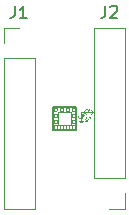
<source format=gbr>
G04 #@! TF.FileFunction,Legend,Top*
%FSLAX46Y46*%
G04 Gerber Fmt 4.6, Leading zero omitted, Abs format (unit mm)*
G04 Created by KiCad (PCBNEW 4.0.7) date 2018 June 11, Monday 19:55:23*
%MOMM*%
%LPD*%
G01*
G04 APERTURE LIST*
%ADD10C,0.100000*%
%ADD11C,0.120000*%
%ADD12C,0.066040*%
%ADD13C,0.127000*%
%ADD14C,0.076200*%
%ADD15C,0.038100*%
%ADD16C,0.150000*%
G04 APERTURE END LIST*
D10*
D11*
X164170000Y-120550000D02*
X166830000Y-120550000D01*
X164170000Y-107790000D02*
X164170000Y-120550000D01*
X166830000Y-107790000D02*
X166830000Y-120550000D01*
X164170000Y-107790000D02*
X166830000Y-107790000D01*
X164170000Y-106520000D02*
X164170000Y-105190000D01*
X164170000Y-105190000D02*
X165500000Y-105190000D01*
X174430000Y-105190000D02*
X171770000Y-105190000D01*
X174430000Y-117950000D02*
X174430000Y-105190000D01*
X171770000Y-117950000D02*
X171770000Y-105190000D01*
X174430000Y-117950000D02*
X171770000Y-117950000D01*
X174430000Y-119220000D02*
X174430000Y-120550000D01*
X174430000Y-120550000D02*
X173100000Y-120550000D01*
D12*
X169424460Y-112237860D02*
X169673380Y-112237860D01*
X169673380Y-112237860D02*
X169673380Y-111963540D01*
X169424460Y-111963540D02*
X169673380Y-111963540D01*
X169424460Y-112237860D02*
X169424460Y-111963540D01*
X168926620Y-112237860D02*
X169175540Y-112237860D01*
X169175540Y-112237860D02*
X169175540Y-111963540D01*
X168926620Y-111963540D02*
X169175540Y-111963540D01*
X168926620Y-112237860D02*
X168926620Y-111963540D01*
X168426240Y-112738240D02*
X168675160Y-112738240D01*
X168675160Y-112738240D02*
X168675160Y-112463920D01*
X168426240Y-112463920D02*
X168675160Y-112463920D01*
X168426240Y-112738240D02*
X168426240Y-112463920D01*
X168426240Y-113236080D02*
X168675160Y-113236080D01*
X168675160Y-113236080D02*
X168675160Y-112961760D01*
X168426240Y-112961760D02*
X168675160Y-112961760D01*
X168426240Y-113236080D02*
X168426240Y-112961760D01*
X168426240Y-113736460D02*
X168675160Y-113736460D01*
X168675160Y-113736460D02*
X168675160Y-113462140D01*
X168426240Y-113462140D02*
X168675160Y-113462140D01*
X168426240Y-113736460D02*
X168426240Y-113462140D01*
X168926620Y-113736460D02*
X169175540Y-113736460D01*
X169175540Y-113736460D02*
X169175540Y-113462140D01*
X168926620Y-113462140D02*
X169175540Y-113462140D01*
X168926620Y-113736460D02*
X168926620Y-113462140D01*
X169424460Y-113736460D02*
X169673380Y-113736460D01*
X169673380Y-113736460D02*
X169673380Y-113462140D01*
X169424460Y-113462140D02*
X169673380Y-113462140D01*
X169424460Y-113736460D02*
X169424460Y-113462140D01*
X169924840Y-113736460D02*
X170173760Y-113736460D01*
X170173760Y-113736460D02*
X170173760Y-113462140D01*
X169924840Y-113462140D02*
X170173760Y-113462140D01*
X169924840Y-113736460D02*
X169924840Y-113462140D01*
X169924840Y-113236080D02*
X170173760Y-113236080D01*
X170173760Y-113236080D02*
X170173760Y-112961760D01*
X169924840Y-112961760D02*
X170173760Y-112961760D01*
X169924840Y-113236080D02*
X169924840Y-112961760D01*
X169924840Y-112738240D02*
X170173760Y-112738240D01*
X170173760Y-112738240D02*
X170173760Y-112463920D01*
X169924840Y-112463920D02*
X170173760Y-112463920D01*
X169924840Y-112738240D02*
X169924840Y-112463920D01*
X169924840Y-112237860D02*
X170173760Y-112237860D01*
X170173760Y-112237860D02*
X170173760Y-111963540D01*
X169924840Y-111963540D02*
X170173760Y-111963540D01*
X169924840Y-112237860D02*
X169924840Y-111963540D01*
X168751360Y-113398640D02*
X169848640Y-113398640D01*
X169848640Y-113398640D02*
X169848640Y-112301360D01*
X168751360Y-112301360D02*
X169848640Y-112301360D01*
X168751360Y-113398640D02*
X168751360Y-112301360D01*
D13*
X168327180Y-113822820D02*
X168327180Y-111877180D01*
X168327180Y-111877180D02*
X170272820Y-111877180D01*
X170272820Y-111877180D02*
X170272820Y-113822820D01*
X170272820Y-113822820D02*
X168327180Y-113822820D01*
D14*
X170704620Y-113203060D02*
X170704620Y-112324220D01*
X171697760Y-112324220D02*
X170704620Y-112324220D01*
X171697760Y-112324220D02*
X171547900Y-112474080D01*
X171697760Y-112324220D02*
X171547900Y-112174360D01*
X171192300Y-113111620D02*
X171052600Y-113070980D01*
X171192300Y-113111620D02*
X171222780Y-112989700D01*
X170704620Y-113205600D02*
X170554760Y-113055740D01*
X170704620Y-113205600D02*
X170854480Y-113055740D01*
X170834160Y-112509640D02*
X170973860Y-112550280D01*
X170834160Y-112509640D02*
X170803680Y-112629020D01*
X171403120Y-112189600D02*
X171362480Y-112049900D01*
X171403120Y-112189600D02*
X171283740Y-112217540D01*
D10*
X168413540Y-112225160D02*
X168413540Y-111976240D01*
X168413540Y-111976240D02*
X168687860Y-111976240D01*
X168687860Y-111976240D02*
X168687860Y-112151500D01*
X168687860Y-112151500D02*
X168614200Y-112225160D01*
X168614200Y-112225160D02*
X168413540Y-112225160D01*
D15*
X171375361Y-112938900D02*
G75*
G03X171375361Y-112938900I-17961J0D01*
G01*
D14*
X171555454Y-112921683D02*
G75*
G03X171192300Y-113111620I-220914J-19757D01*
G01*
X170475341Y-112701373D02*
G75*
G03X170834160Y-112509640I219119J21553D01*
G01*
X171401769Y-112189208D02*
G75*
G03X171212620Y-112547740I-168829J-140092D01*
G01*
D16*
X165106667Y-103362381D02*
X165106667Y-104076667D01*
X165059047Y-104219524D01*
X164963809Y-104314762D01*
X164820952Y-104362381D01*
X164725714Y-104362381D01*
X166106667Y-104362381D02*
X165535238Y-104362381D01*
X165820952Y-104362381D02*
X165820952Y-103362381D01*
X165725714Y-103505238D01*
X165630476Y-103600476D01*
X165535238Y-103648095D01*
X172766667Y-103342381D02*
X172766667Y-104056667D01*
X172719047Y-104199524D01*
X172623809Y-104294762D01*
X172480952Y-104342381D01*
X172385714Y-104342381D01*
X173195238Y-103437619D02*
X173242857Y-103390000D01*
X173338095Y-103342381D01*
X173576191Y-103342381D01*
X173671429Y-103390000D01*
X173719048Y-103437619D01*
X173766667Y-103532857D01*
X173766667Y-103628095D01*
X173719048Y-103770952D01*
X173147619Y-104342381D01*
X173766667Y-104342381D01*
M02*

</source>
